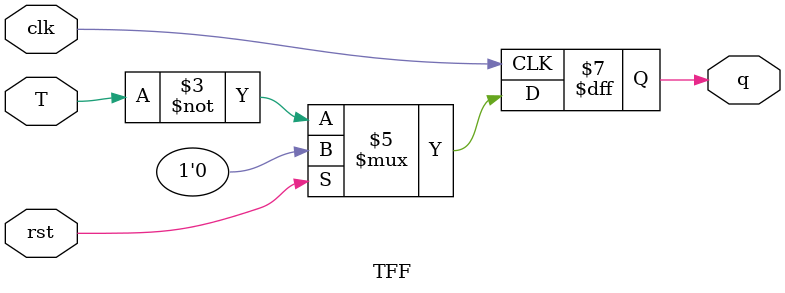
<source format=v>
`timescale 1ns / 10ps
module TFF(T,rst,clk,q);
  input T,rst,clk;
  output q;
  reg q;
  
  always @(posedge clk) begin
    if(rst==1) begin
      q<=0;
    end
    else begin
      q<=~T;
    end
  end
endmodule

</source>
